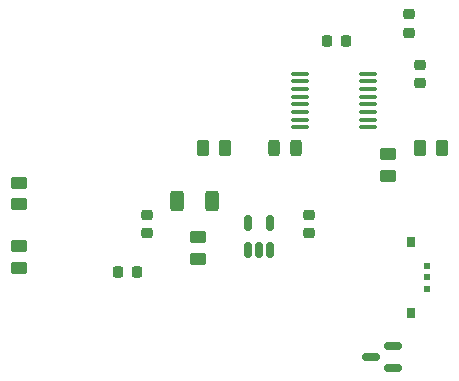
<source format=gbr>
%TF.GenerationSoftware,KiCad,Pcbnew,(6.0.4-0)*%
%TF.CreationDate,2024-03-24T13:43:06+02:00*%
%TF.ProjectId,Project_PCB_v1,50726f6a-6563-4745-9f50-43425f76312e,rev?*%
%TF.SameCoordinates,Original*%
%TF.FileFunction,Paste,Top*%
%TF.FilePolarity,Positive*%
%FSLAX46Y46*%
G04 Gerber Fmt 4.6, Leading zero omitted, Abs format (unit mm)*
G04 Created by KiCad (PCBNEW (6.0.4-0)) date 2024-03-24 13:43:06*
%MOMM*%
%LPD*%
G01*
G04 APERTURE LIST*
G04 Aperture macros list*
%AMRoundRect*
0 Rectangle with rounded corners*
0 $1 Rounding radius*
0 $2 $3 $4 $5 $6 $7 $8 $9 X,Y pos of 4 corners*
0 Add a 4 corners polygon primitive as box body*
4,1,4,$2,$3,$4,$5,$6,$7,$8,$9,$2,$3,0*
0 Add four circle primitives for the rounded corners*
1,1,$1+$1,$2,$3*
1,1,$1+$1,$4,$5*
1,1,$1+$1,$6,$7*
1,1,$1+$1,$8,$9*
0 Add four rect primitives between the rounded corners*
20,1,$1+$1,$2,$3,$4,$5,0*
20,1,$1+$1,$4,$5,$6,$7,0*
20,1,$1+$1,$6,$7,$8,$9,0*
20,1,$1+$1,$8,$9,$2,$3,0*%
G04 Aperture macros list end*
%ADD10RoundRect,0.243750X0.243750X0.456250X-0.243750X0.456250X-0.243750X-0.456250X0.243750X-0.456250X0*%
%ADD11RoundRect,0.225000X0.250000X-0.225000X0.250000X0.225000X-0.250000X0.225000X-0.250000X-0.225000X0*%
%ADD12RoundRect,0.218750X0.218750X0.256250X-0.218750X0.256250X-0.218750X-0.256250X0.218750X-0.256250X0*%
%ADD13RoundRect,0.250000X0.450000X-0.262500X0.450000X0.262500X-0.450000X0.262500X-0.450000X-0.262500X0*%
%ADD14RoundRect,0.250000X0.312500X0.625000X-0.312500X0.625000X-0.312500X-0.625000X0.312500X-0.625000X0*%
%ADD15RoundRect,0.250000X-0.262500X-0.450000X0.262500X-0.450000X0.262500X0.450000X-0.262500X0.450000X0*%
%ADD16RoundRect,0.150000X0.587500X0.150000X-0.587500X0.150000X-0.587500X-0.150000X0.587500X-0.150000X0*%
%ADD17RoundRect,0.250000X0.262500X0.450000X-0.262500X0.450000X-0.262500X-0.450000X0.262500X-0.450000X0*%
%ADD18RoundRect,0.250000X-0.450000X0.262500X-0.450000X-0.262500X0.450000X-0.262500X0.450000X0.262500X0*%
%ADD19RoundRect,0.225000X-0.250000X0.225000X-0.250000X-0.225000X0.250000X-0.225000X0.250000X0.225000X0*%
%ADD20R,0.510000X0.600000*%
%ADD21R,0.700000X0.900000*%
%ADD22RoundRect,0.150000X0.150000X-0.512500X0.150000X0.512500X-0.150000X0.512500X-0.150000X-0.512500X0*%
%ADD23RoundRect,0.100000X-0.637500X-0.100000X0.637500X-0.100000X0.637500X0.100000X-0.637500X0.100000X0*%
%ADD24RoundRect,0.225000X-0.225000X-0.250000X0.225000X-0.250000X0.225000X0.250000X-0.225000X0.250000X0*%
G04 APERTURE END LIST*
D10*
%TO.C,Fault1*%
X111437500Y-75250000D03*
X109562500Y-75250000D03*
%TD*%
D11*
%TO.C,C_Vm1*%
X120965000Y-65525000D03*
X120965000Y-63975000D03*
%TD*%
D12*
%TO.C,D_Stat1*%
X97934641Y-85750000D03*
X96359641Y-85750000D03*
%TD*%
D13*
%TO.C,R_S2*%
X119215000Y-77662500D03*
X119215000Y-75837500D03*
%TD*%
D14*
%TO.C,R_Prog1*%
X104295359Y-79750000D03*
X101370359Y-79750000D03*
%TD*%
D15*
%TO.C,R_Fault1*%
X103587500Y-75250000D03*
X105412500Y-75250000D03*
%TD*%
D16*
%TO.C,Q1*%
X119687500Y-93950000D03*
X119687500Y-92050000D03*
X117812500Y-93000000D03*
%TD*%
D17*
%TO.C,R_S1*%
X123790000Y-75250000D03*
X121965000Y-75250000D03*
%TD*%
D18*
%TO.C,R1*%
X88000000Y-78250000D03*
X88000000Y-80075000D03*
%TD*%
D13*
%TO.C,R_Stat1*%
X103147141Y-84662500D03*
X103147141Y-82837500D03*
%TD*%
D19*
%TO.C,C_Vcp1*%
X121965000Y-68225000D03*
X121965000Y-69775000D03*
%TD*%
D18*
%TO.C,R2*%
X88000000Y-83587500D03*
X88000000Y-85412500D03*
%TD*%
D20*
%TO.C,SA1*%
X122530000Y-85250000D03*
X122530000Y-87250000D03*
X122530000Y-86250000D03*
D21*
X121175000Y-89250000D03*
X121175000Y-83250000D03*
%TD*%
D22*
%TO.C,Charge1*%
X107334641Y-83887500D03*
X108284641Y-83887500D03*
X109234641Y-83887500D03*
X109234641Y-81612500D03*
X107334641Y-81612500D03*
%TD*%
D23*
%TO.C,MD1*%
X111780000Y-69000000D03*
X111780000Y-69650000D03*
X111780000Y-70300000D03*
X111780000Y-70950000D03*
X111780000Y-71600000D03*
X111780000Y-72250000D03*
X111780000Y-72900000D03*
X111780000Y-73550000D03*
X117505000Y-73550000D03*
X117505000Y-72900000D03*
X117505000Y-72250000D03*
X117505000Y-71600000D03*
X117505000Y-70950000D03*
X117505000Y-70300000D03*
X117505000Y-69650000D03*
X117505000Y-69000000D03*
%TD*%
D11*
%TO.C,C_Batt1*%
X112500000Y-82525000D03*
X112500000Y-80975000D03*
%TD*%
D24*
%TO.C,C_Vint1*%
X114092500Y-66250000D03*
X115642500Y-66250000D03*
%TD*%
D11*
%TO.C,C_Vdd1*%
X98832859Y-82525000D03*
X98832859Y-80975000D03*
%TD*%
M02*

</source>
